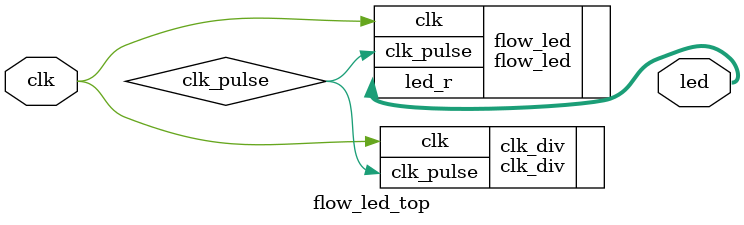
<source format=v>
`timescale 1ns / 1ps


module flow_led_top
(
	input clk,		// 100Mhz
	output [15:0] led
);

wire clk_pulse;

clk_div clk_div
(
	.clk(clk),
	.clk_pulse(clk_pulse)	// 1Hz
);

flow_led flow_led
(
	.clk(clk),
	.clk_pulse(clk_pulse),
	.led_r(led)
);
endmodule

</source>
